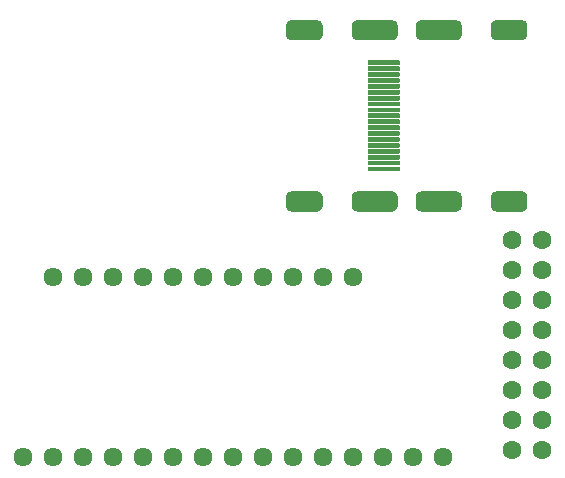
<source format=gbr>
G04 #@! TF.GenerationSoftware,KiCad,Pcbnew,(5.1.10-1-10_14)*
G04 #@! TF.CreationDate,2021-11-29T21:51:49-05:00*
G04 #@! TF.ProjectId,SNAC Sniffer Indent,534e4143-2053-46e6-9966-66657220496e,1*
G04 #@! TF.SameCoordinates,Original*
G04 #@! TF.FileFunction,Soldermask,Bot*
G04 #@! TF.FilePolarity,Negative*
%FSLAX46Y46*%
G04 Gerber Fmt 4.6, Leading zero omitted, Abs format (unit mm)*
G04 Created by KiCad (PCBNEW (5.1.10-1-10_14)) date 2021-11-29 21:51:49*
%MOMM*%
%LPD*%
G01*
G04 APERTURE LIST*
%ADD10C,1.601600*%
%ADD11C,1.609600*%
G04 APERTURE END LIST*
D10*
X160750000Y-123140000D03*
X163290000Y-123140000D03*
X163290000Y-120600000D03*
X160750000Y-120600000D03*
X160750000Y-118060000D03*
X163290000Y-118060000D03*
X163290000Y-115520000D03*
X160750000Y-115520000D03*
X160750000Y-112980000D03*
X163290000Y-112980000D03*
X163290000Y-110440000D03*
X160750000Y-110440000D03*
X163290000Y-107900000D03*
X160750000Y-107900000D03*
X160750000Y-105360000D03*
X163290000Y-105360000D03*
G36*
G01*
X151190000Y-90570800D02*
X148590000Y-90570800D01*
G75*
G02*
X148539200Y-90520000I0J50800D01*
G01*
X148539200Y-90220000D01*
G75*
G02*
X148590000Y-90169200I50800J0D01*
G01*
X151190000Y-90169200D01*
G75*
G02*
X151240800Y-90220000I0J-50800D01*
G01*
X151240800Y-90520000D01*
G75*
G02*
X151190000Y-90570800I-50800J0D01*
G01*
G37*
G36*
G01*
X151190000Y-91070800D02*
X148590000Y-91070800D01*
G75*
G02*
X148539200Y-91020000I0J50800D01*
G01*
X148539200Y-90720000D01*
G75*
G02*
X148590000Y-90669200I50800J0D01*
G01*
X151190000Y-90669200D01*
G75*
G02*
X151240800Y-90720000I0J-50800D01*
G01*
X151240800Y-91020000D01*
G75*
G02*
X151190000Y-91070800I-50800J0D01*
G01*
G37*
G36*
G01*
X151190000Y-91570800D02*
X148590000Y-91570800D01*
G75*
G02*
X148539200Y-91520000I0J50800D01*
G01*
X148539200Y-91220000D01*
G75*
G02*
X148590000Y-91169200I50800J0D01*
G01*
X151190000Y-91169200D01*
G75*
G02*
X151240800Y-91220000I0J-50800D01*
G01*
X151240800Y-91520000D01*
G75*
G02*
X151190000Y-91570800I-50800J0D01*
G01*
G37*
G36*
G01*
X151190000Y-92070800D02*
X148590000Y-92070800D01*
G75*
G02*
X148539200Y-92020000I0J50800D01*
G01*
X148539200Y-91720000D01*
G75*
G02*
X148590000Y-91669200I50800J0D01*
G01*
X151190000Y-91669200D01*
G75*
G02*
X151240800Y-91720000I0J-50800D01*
G01*
X151240800Y-92020000D01*
G75*
G02*
X151190000Y-92070800I-50800J0D01*
G01*
G37*
G36*
G01*
X151190000Y-92570800D02*
X148590000Y-92570800D01*
G75*
G02*
X148539200Y-92520000I0J50800D01*
G01*
X148539200Y-92220000D01*
G75*
G02*
X148590000Y-92169200I50800J0D01*
G01*
X151190000Y-92169200D01*
G75*
G02*
X151240800Y-92220000I0J-50800D01*
G01*
X151240800Y-92520000D01*
G75*
G02*
X151190000Y-92570800I-50800J0D01*
G01*
G37*
G36*
G01*
X151190000Y-93070800D02*
X148590000Y-93070800D01*
G75*
G02*
X148539200Y-93020000I0J50800D01*
G01*
X148539200Y-92720000D01*
G75*
G02*
X148590000Y-92669200I50800J0D01*
G01*
X151190000Y-92669200D01*
G75*
G02*
X151240800Y-92720000I0J-50800D01*
G01*
X151240800Y-93020000D01*
G75*
G02*
X151190000Y-93070800I-50800J0D01*
G01*
G37*
G36*
G01*
X151190000Y-93570800D02*
X148590000Y-93570800D01*
G75*
G02*
X148539200Y-93520000I0J50800D01*
G01*
X148539200Y-93220000D01*
G75*
G02*
X148590000Y-93169200I50800J0D01*
G01*
X151190000Y-93169200D01*
G75*
G02*
X151240800Y-93220000I0J-50800D01*
G01*
X151240800Y-93520000D01*
G75*
G02*
X151190000Y-93570800I-50800J0D01*
G01*
G37*
G36*
G01*
X151190000Y-94070800D02*
X148590000Y-94070800D01*
G75*
G02*
X148539200Y-94020000I0J50800D01*
G01*
X148539200Y-93720000D01*
G75*
G02*
X148590000Y-93669200I50800J0D01*
G01*
X151190000Y-93669200D01*
G75*
G02*
X151240800Y-93720000I0J-50800D01*
G01*
X151240800Y-94020000D01*
G75*
G02*
X151190000Y-94070800I-50800J0D01*
G01*
G37*
G36*
G01*
X151190000Y-94570800D02*
X148590000Y-94570800D01*
G75*
G02*
X148539200Y-94520000I0J50800D01*
G01*
X148539200Y-94220000D01*
G75*
G02*
X148590000Y-94169200I50800J0D01*
G01*
X151190000Y-94169200D01*
G75*
G02*
X151240800Y-94220000I0J-50800D01*
G01*
X151240800Y-94520000D01*
G75*
G02*
X151190000Y-94570800I-50800J0D01*
G01*
G37*
G36*
G01*
X151190000Y-95070800D02*
X148590000Y-95070800D01*
G75*
G02*
X148539200Y-95020000I0J50800D01*
G01*
X148539200Y-94720000D01*
G75*
G02*
X148590000Y-94669200I50800J0D01*
G01*
X151190000Y-94669200D01*
G75*
G02*
X151240800Y-94720000I0J-50800D01*
G01*
X151240800Y-95020000D01*
G75*
G02*
X151190000Y-95070800I-50800J0D01*
G01*
G37*
G36*
G01*
X151190000Y-95570800D02*
X148590000Y-95570800D01*
G75*
G02*
X148539200Y-95520000I0J50800D01*
G01*
X148539200Y-95220000D01*
G75*
G02*
X148590000Y-95169200I50800J0D01*
G01*
X151190000Y-95169200D01*
G75*
G02*
X151240800Y-95220000I0J-50800D01*
G01*
X151240800Y-95520000D01*
G75*
G02*
X151190000Y-95570800I-50800J0D01*
G01*
G37*
G36*
G01*
X151190000Y-96070800D02*
X148590000Y-96070800D01*
G75*
G02*
X148539200Y-96020000I0J50800D01*
G01*
X148539200Y-95720000D01*
G75*
G02*
X148590000Y-95669200I50800J0D01*
G01*
X151190000Y-95669200D01*
G75*
G02*
X151240800Y-95720000I0J-50800D01*
G01*
X151240800Y-96020000D01*
G75*
G02*
X151190000Y-96070800I-50800J0D01*
G01*
G37*
G36*
G01*
X151190000Y-96570800D02*
X148590000Y-96570800D01*
G75*
G02*
X148539200Y-96520000I0J50800D01*
G01*
X148539200Y-96220000D01*
G75*
G02*
X148590000Y-96169200I50800J0D01*
G01*
X151190000Y-96169200D01*
G75*
G02*
X151240800Y-96220000I0J-50800D01*
G01*
X151240800Y-96520000D01*
G75*
G02*
X151190000Y-96570800I-50800J0D01*
G01*
G37*
G36*
G01*
X151190000Y-97070800D02*
X148590000Y-97070800D01*
G75*
G02*
X148539200Y-97020000I0J50800D01*
G01*
X148539200Y-96720000D01*
G75*
G02*
X148590000Y-96669200I50800J0D01*
G01*
X151190000Y-96669200D01*
G75*
G02*
X151240800Y-96720000I0J-50800D01*
G01*
X151240800Y-97020000D01*
G75*
G02*
X151190000Y-97070800I-50800J0D01*
G01*
G37*
G36*
G01*
X151190000Y-97570800D02*
X148590000Y-97570800D01*
G75*
G02*
X148539200Y-97520000I0J50800D01*
G01*
X148539200Y-97220000D01*
G75*
G02*
X148590000Y-97169200I50800J0D01*
G01*
X151190000Y-97169200D01*
G75*
G02*
X151240800Y-97220000I0J-50800D01*
G01*
X151240800Y-97520000D01*
G75*
G02*
X151190000Y-97570800I-50800J0D01*
G01*
G37*
G36*
G01*
X151190000Y-98070800D02*
X148590000Y-98070800D01*
G75*
G02*
X148539200Y-98020000I0J50800D01*
G01*
X148539200Y-97720000D01*
G75*
G02*
X148590000Y-97669200I50800J0D01*
G01*
X151190000Y-97669200D01*
G75*
G02*
X151240800Y-97720000I0J-50800D01*
G01*
X151240800Y-98020000D01*
G75*
G02*
X151190000Y-98070800I-50800J0D01*
G01*
G37*
G36*
G01*
X151190000Y-98570800D02*
X148590000Y-98570800D01*
G75*
G02*
X148539200Y-98520000I0J50800D01*
G01*
X148539200Y-98220000D01*
G75*
G02*
X148590000Y-98169200I50800J0D01*
G01*
X151190000Y-98169200D01*
G75*
G02*
X151240800Y-98220000I0J-50800D01*
G01*
X151240800Y-98520000D01*
G75*
G02*
X151190000Y-98570800I-50800J0D01*
G01*
G37*
G36*
G01*
X151190000Y-99070800D02*
X148590000Y-99070800D01*
G75*
G02*
X148539200Y-99020000I0J50800D01*
G01*
X148539200Y-98720000D01*
G75*
G02*
X148590000Y-98669200I50800J0D01*
G01*
X151190000Y-98669200D01*
G75*
G02*
X151240800Y-98720000I0J-50800D01*
G01*
X151240800Y-99020000D01*
G75*
G02*
X151190000Y-99070800I-50800J0D01*
G01*
G37*
G36*
G01*
X151190000Y-99570800D02*
X148590000Y-99570800D01*
G75*
G02*
X148539200Y-99520000I0J50800D01*
G01*
X148539200Y-99220000D01*
G75*
G02*
X148590000Y-99169200I50800J0D01*
G01*
X151190000Y-99169200D01*
G75*
G02*
X151240800Y-99220000I0J-50800D01*
G01*
X151240800Y-99520000D01*
G75*
G02*
X151190000Y-99570800I-50800J0D01*
G01*
G37*
G36*
G01*
X150655400Y-88470800D02*
X147604600Y-88470800D01*
G75*
G02*
X147179200Y-88045400I0J425400D01*
G01*
X147179200Y-87194600D01*
G75*
G02*
X147604600Y-86769200I425400J0D01*
G01*
X150655400Y-86769200D01*
G75*
G02*
X151080800Y-87194600I0J-425400D01*
G01*
X151080800Y-88045400D01*
G75*
G02*
X150655400Y-88470800I-425400J0D01*
G01*
G37*
G36*
G01*
X150655400Y-102970800D02*
X147604600Y-102970800D01*
G75*
G02*
X147179200Y-102545400I0J425400D01*
G01*
X147179200Y-101694600D01*
G75*
G02*
X147604600Y-101269200I425400J0D01*
G01*
X150655400Y-101269200D01*
G75*
G02*
X151080800Y-101694600I0J-425400D01*
G01*
X151080800Y-102545400D01*
G75*
G02*
X150655400Y-102970800I-425400J0D01*
G01*
G37*
G36*
G01*
X144295400Y-102970800D02*
X142044600Y-102970800D01*
G75*
G02*
X141619200Y-102545400I0J425400D01*
G01*
X141619200Y-101694600D01*
G75*
G02*
X142044600Y-101269200I425400J0D01*
G01*
X144295400Y-101269200D01*
G75*
G02*
X144720800Y-101694600I0J-425400D01*
G01*
X144720800Y-102545400D01*
G75*
G02*
X144295400Y-102970800I-425400J0D01*
G01*
G37*
G36*
G01*
X144295400Y-88470800D02*
X142044600Y-88470800D01*
G75*
G02*
X141619200Y-88045400I0J425400D01*
G01*
X141619200Y-87194600D01*
G75*
G02*
X142044600Y-86769200I425400J0D01*
G01*
X144295400Y-86769200D01*
G75*
G02*
X144720800Y-87194600I0J-425400D01*
G01*
X144720800Y-88045400D01*
G75*
G02*
X144295400Y-88470800I-425400J0D01*
G01*
G37*
G36*
G01*
X161635400Y-88470800D02*
X159384600Y-88470800D01*
G75*
G02*
X158959200Y-88045400I0J425400D01*
G01*
X158959200Y-87194600D01*
G75*
G02*
X159384600Y-86769200I425400J0D01*
G01*
X161635400Y-86769200D01*
G75*
G02*
X162060800Y-87194600I0J-425400D01*
G01*
X162060800Y-88045400D01*
G75*
G02*
X161635400Y-88470800I-425400J0D01*
G01*
G37*
G36*
G01*
X161635400Y-102970800D02*
X159384600Y-102970800D01*
G75*
G02*
X158959200Y-102545400I0J425400D01*
G01*
X158959200Y-101694600D01*
G75*
G02*
X159384600Y-101269200I425400J0D01*
G01*
X161635400Y-101269200D01*
G75*
G02*
X162060800Y-101694600I0J-425400D01*
G01*
X162060800Y-102545400D01*
G75*
G02*
X161635400Y-102970800I-425400J0D01*
G01*
G37*
G36*
G01*
X156075400Y-102970800D02*
X153024600Y-102970800D01*
G75*
G02*
X152599200Y-102545400I0J425400D01*
G01*
X152599200Y-101694600D01*
G75*
G02*
X153024600Y-101269200I425400J0D01*
G01*
X156075400Y-101269200D01*
G75*
G02*
X156500800Y-101694600I0J-425400D01*
G01*
X156500800Y-102545400D01*
G75*
G02*
X156075400Y-102970800I-425400J0D01*
G01*
G37*
G36*
G01*
X156075400Y-88470800D02*
X153024600Y-88470800D01*
G75*
G02*
X152599200Y-88045400I0J425400D01*
G01*
X152599200Y-87194600D01*
G75*
G02*
X153024600Y-86769200I425400J0D01*
G01*
X156075400Y-86769200D01*
G75*
G02*
X156500800Y-87194600I0J-425400D01*
G01*
X156500800Y-88045400D01*
G75*
G02*
X156075400Y-88470800I-425400J0D01*
G01*
G37*
D11*
X154910000Y-123760000D03*
X152370000Y-123760000D03*
X149830000Y-123760000D03*
X147290000Y-123760000D03*
X144750000Y-123760000D03*
X142210000Y-123760000D03*
X139670000Y-123760000D03*
X137130000Y-123760000D03*
X134590000Y-123760000D03*
X132050000Y-123760000D03*
X129510000Y-123760000D03*
X126970000Y-123760000D03*
X124430000Y-123760000D03*
X121890000Y-123760000D03*
X119350000Y-123760000D03*
X121890000Y-108520000D03*
X124430000Y-108520000D03*
X126970000Y-108520000D03*
X129510000Y-108520000D03*
X132050000Y-108520000D03*
X134590000Y-108520000D03*
X137130000Y-108520000D03*
X139670000Y-108520000D03*
X142210000Y-108520000D03*
X144750000Y-108520000D03*
X147290000Y-108520000D03*
M02*

</source>
